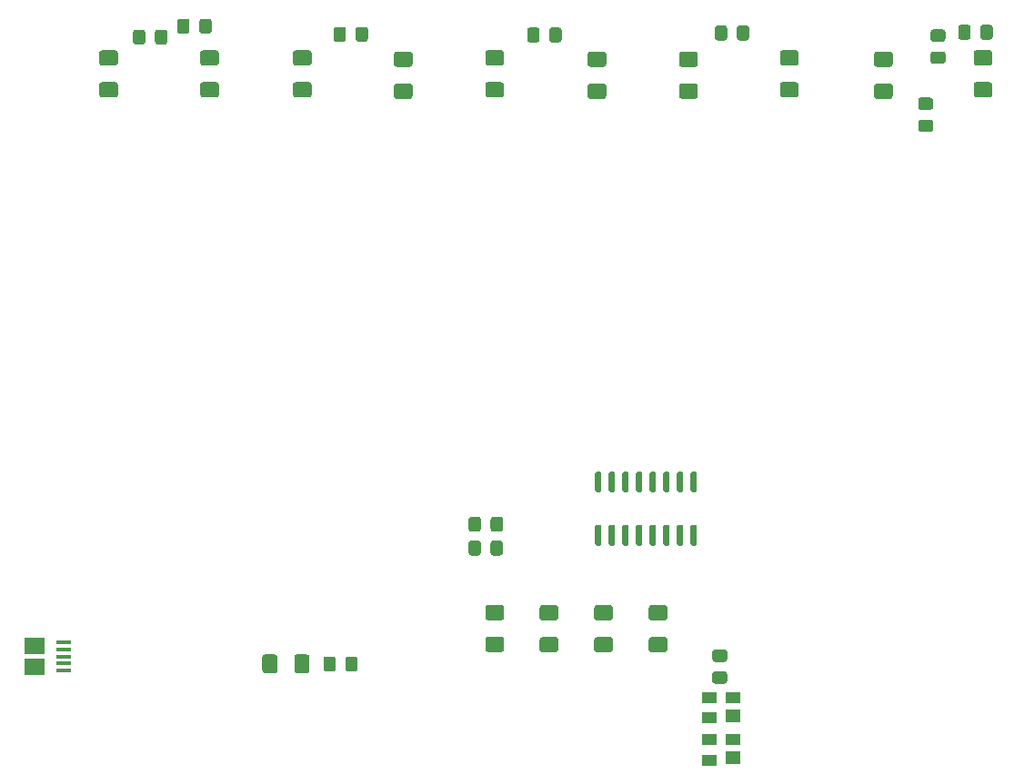
<source format=gbr>
G04 #@! TF.GenerationSoftware,KiCad,Pcbnew,(5.1.6-0-10_14)*
G04 #@! TF.CreationDate,2021-03-04T13:25:14+01:00*
G04 #@! TF.ProjectId,backplane,6261636b-706c-4616-9e65-2e6b69636164,rev?*
G04 #@! TF.SameCoordinates,Original*
G04 #@! TF.FileFunction,Paste,Top*
G04 #@! TF.FilePolarity,Positive*
%FSLAX46Y46*%
G04 Gerber Fmt 4.6, Leading zero omitted, Abs format (unit mm)*
G04 Created by KiCad (PCBNEW (5.1.6-0-10_14)) date 2021-03-04 13:25:14*
%MOMM*%
%LPD*%
G01*
G04 APERTURE LIST*
%ADD10R,1.900000X1.500000*%
%ADD11R,1.350000X0.400000*%
%ADD12R,1.400000X1.000000*%
%ADD13R,1.400000X1.200000*%
G04 APERTURE END LIST*
G04 #@! TO.C,R18*
G36*
G01*
X43947500Y-75062501D02*
X43947500Y-74162499D01*
G75*
G02*
X44197499Y-73912500I249999J0D01*
G01*
X44847501Y-73912500D01*
G75*
G02*
X45097500Y-74162499I0J-249999D01*
G01*
X45097500Y-75062501D01*
G75*
G02*
X44847501Y-75312500I-249999J0D01*
G01*
X44197499Y-75312500D01*
G75*
G02*
X43947500Y-75062501I0J249999D01*
G01*
G37*
G36*
G01*
X41897500Y-75062501D02*
X41897500Y-74162499D01*
G75*
G02*
X42147499Y-73912500I249999J0D01*
G01*
X42797501Y-73912500D01*
G75*
G02*
X43047500Y-74162499I0J-249999D01*
G01*
X43047500Y-75062501D01*
G75*
G02*
X42797501Y-75312500I-249999J0D01*
G01*
X42147499Y-75312500D01*
G75*
G02*
X41897500Y-75062501I0J249999D01*
G01*
G37*
G04 #@! TD*
G04 #@! TO.C,R17*
G36*
G01*
X43947500Y-77285001D02*
X43947500Y-76384999D01*
G75*
G02*
X44197499Y-76135000I249999J0D01*
G01*
X44847501Y-76135000D01*
G75*
G02*
X45097500Y-76384999I0J-249999D01*
G01*
X45097500Y-77285001D01*
G75*
G02*
X44847501Y-77535000I-249999J0D01*
G01*
X44197499Y-77535000D01*
G75*
G02*
X43947500Y-77285001I0J249999D01*
G01*
G37*
G36*
G01*
X41897500Y-77285001D02*
X41897500Y-76384999D01*
G75*
G02*
X42147499Y-76135000I249999J0D01*
G01*
X42797501Y-76135000D01*
G75*
G02*
X43047500Y-76384999I0J-249999D01*
G01*
X43047500Y-77285001D01*
G75*
G02*
X42797501Y-77535000I-249999J0D01*
G01*
X42147499Y-77535000D01*
G75*
G02*
X41897500Y-77285001I0J249999D01*
G01*
G37*
G04 #@! TD*
G04 #@! TO.C,D7*
G36*
G01*
X31374500Y-29406001D02*
X31374500Y-28505999D01*
G75*
G02*
X31624499Y-28256000I249999J0D01*
G01*
X32274501Y-28256000D01*
G75*
G02*
X32524500Y-28505999I0J-249999D01*
G01*
X32524500Y-29406001D01*
G75*
G02*
X32274501Y-29656000I-249999J0D01*
G01*
X31624499Y-29656000D01*
G75*
G02*
X31374500Y-29406001I0J249999D01*
G01*
G37*
G36*
G01*
X29324500Y-29406001D02*
X29324500Y-28505999D01*
G75*
G02*
X29574499Y-28256000I249999J0D01*
G01*
X30224501Y-28256000D01*
G75*
G02*
X30474500Y-28505999I0J-249999D01*
G01*
X30474500Y-29406001D01*
G75*
G02*
X30224501Y-29656000I-249999J0D01*
G01*
X29574499Y-29656000D01*
G75*
G02*
X29324500Y-29406001I0J249999D01*
G01*
G37*
G04 #@! TD*
G04 #@! TO.C,D6*
G36*
G01*
X49408500Y-29469501D02*
X49408500Y-28569499D01*
G75*
G02*
X49658499Y-28319500I249999J0D01*
G01*
X50308501Y-28319500D01*
G75*
G02*
X50558500Y-28569499I0J-249999D01*
G01*
X50558500Y-29469501D01*
G75*
G02*
X50308501Y-29719500I-249999J0D01*
G01*
X49658499Y-29719500D01*
G75*
G02*
X49408500Y-29469501I0J249999D01*
G01*
G37*
G36*
G01*
X47358500Y-29469501D02*
X47358500Y-28569499D01*
G75*
G02*
X47608499Y-28319500I249999J0D01*
G01*
X48258501Y-28319500D01*
G75*
G02*
X48508500Y-28569499I0J-249999D01*
G01*
X48508500Y-29469501D01*
G75*
G02*
X48258501Y-29719500I-249999J0D01*
G01*
X47608499Y-29719500D01*
G75*
G02*
X47358500Y-29469501I0J249999D01*
G01*
G37*
G04 #@! TD*
G04 #@! TO.C,D5*
G36*
G01*
X11805500Y-28759999D02*
X11805500Y-29660001D01*
G75*
G02*
X11555501Y-29910000I-249999J0D01*
G01*
X10905499Y-29910000D01*
G75*
G02*
X10655500Y-29660001I0J249999D01*
G01*
X10655500Y-28759999D01*
G75*
G02*
X10905499Y-28510000I249999J0D01*
G01*
X11555501Y-28510000D01*
G75*
G02*
X11805500Y-28759999I0J-249999D01*
G01*
G37*
G36*
G01*
X13855500Y-28759999D02*
X13855500Y-29660001D01*
G75*
G02*
X13605501Y-29910000I-249999J0D01*
G01*
X12955499Y-29910000D01*
G75*
G02*
X12705500Y-29660001I0J249999D01*
G01*
X12705500Y-28759999D01*
G75*
G02*
X12955499Y-28510000I249999J0D01*
G01*
X13605501Y-28510000D01*
G75*
G02*
X13855500Y-28759999I0J-249999D01*
G01*
G37*
G04 #@! TD*
G04 #@! TO.C,D4*
G36*
G01*
X66871000Y-29279001D02*
X66871000Y-28378999D01*
G75*
G02*
X67120999Y-28129000I249999J0D01*
G01*
X67771001Y-28129000D01*
G75*
G02*
X68021000Y-28378999I0J-249999D01*
G01*
X68021000Y-29279001D01*
G75*
G02*
X67771001Y-29529000I-249999J0D01*
G01*
X67120999Y-29529000D01*
G75*
G02*
X66871000Y-29279001I0J249999D01*
G01*
G37*
G36*
G01*
X64821000Y-29279001D02*
X64821000Y-28378999D01*
G75*
G02*
X65070999Y-28129000I249999J0D01*
G01*
X65721001Y-28129000D01*
G75*
G02*
X65971000Y-28378999I0J-249999D01*
G01*
X65971000Y-29279001D01*
G75*
G02*
X65721001Y-29529000I-249999J0D01*
G01*
X65070999Y-29529000D01*
G75*
G02*
X64821000Y-29279001I0J249999D01*
G01*
G37*
G04 #@! TD*
G04 #@! TO.C,D3*
G36*
G01*
X89540500Y-29215501D02*
X89540500Y-28315499D01*
G75*
G02*
X89790499Y-28065500I249999J0D01*
G01*
X90440501Y-28065500D01*
G75*
G02*
X90690500Y-28315499I0J-249999D01*
G01*
X90690500Y-29215501D01*
G75*
G02*
X90440501Y-29465500I-249999J0D01*
G01*
X89790499Y-29465500D01*
G75*
G02*
X89540500Y-29215501I0J249999D01*
G01*
G37*
G36*
G01*
X87490500Y-29215501D02*
X87490500Y-28315499D01*
G75*
G02*
X87740499Y-28065500I249999J0D01*
G01*
X88390501Y-28065500D01*
G75*
G02*
X88640500Y-28315499I0J-249999D01*
G01*
X88640500Y-29215501D01*
G75*
G02*
X88390501Y-29465500I-249999J0D01*
G01*
X87740499Y-29465500D01*
G75*
G02*
X87490500Y-29215501I0J249999D01*
G01*
G37*
G04 #@! TD*
G04 #@! TO.C,D2*
G36*
G01*
X16824000Y-28644001D02*
X16824000Y-27743999D01*
G75*
G02*
X17073999Y-27494000I249999J0D01*
G01*
X17724001Y-27494000D01*
G75*
G02*
X17974000Y-27743999I0J-249999D01*
G01*
X17974000Y-28644001D01*
G75*
G02*
X17724001Y-28894000I-249999J0D01*
G01*
X17073999Y-28894000D01*
G75*
G02*
X16824000Y-28644001I0J249999D01*
G01*
G37*
G36*
G01*
X14774000Y-28644001D02*
X14774000Y-27743999D01*
G75*
G02*
X15023999Y-27494000I249999J0D01*
G01*
X15674001Y-27494000D01*
G75*
G02*
X15924000Y-27743999I0J-249999D01*
G01*
X15924000Y-28644001D01*
G75*
G02*
X15674001Y-28894000I-249999J0D01*
G01*
X15023999Y-28894000D01*
G75*
G02*
X14774000Y-28644001I0J249999D01*
G01*
G37*
G04 #@! TD*
G04 #@! TO.C,U1*
G36*
G01*
X54125000Y-71652000D02*
X53825000Y-71652000D01*
G75*
G02*
X53675000Y-71502000I0J150000D01*
G01*
X53675000Y-69852000D01*
G75*
G02*
X53825000Y-69702000I150000J0D01*
G01*
X54125000Y-69702000D01*
G75*
G02*
X54275000Y-69852000I0J-150000D01*
G01*
X54275000Y-71502000D01*
G75*
G02*
X54125000Y-71652000I-150000J0D01*
G01*
G37*
G36*
G01*
X55395000Y-71652000D02*
X55095000Y-71652000D01*
G75*
G02*
X54945000Y-71502000I0J150000D01*
G01*
X54945000Y-69852000D01*
G75*
G02*
X55095000Y-69702000I150000J0D01*
G01*
X55395000Y-69702000D01*
G75*
G02*
X55545000Y-69852000I0J-150000D01*
G01*
X55545000Y-71502000D01*
G75*
G02*
X55395000Y-71652000I-150000J0D01*
G01*
G37*
G36*
G01*
X56665000Y-71652000D02*
X56365000Y-71652000D01*
G75*
G02*
X56215000Y-71502000I0J150000D01*
G01*
X56215000Y-69852000D01*
G75*
G02*
X56365000Y-69702000I150000J0D01*
G01*
X56665000Y-69702000D01*
G75*
G02*
X56815000Y-69852000I0J-150000D01*
G01*
X56815000Y-71502000D01*
G75*
G02*
X56665000Y-71652000I-150000J0D01*
G01*
G37*
G36*
G01*
X57935000Y-71652000D02*
X57635000Y-71652000D01*
G75*
G02*
X57485000Y-71502000I0J150000D01*
G01*
X57485000Y-69852000D01*
G75*
G02*
X57635000Y-69702000I150000J0D01*
G01*
X57935000Y-69702000D01*
G75*
G02*
X58085000Y-69852000I0J-150000D01*
G01*
X58085000Y-71502000D01*
G75*
G02*
X57935000Y-71652000I-150000J0D01*
G01*
G37*
G36*
G01*
X59205000Y-71652000D02*
X58905000Y-71652000D01*
G75*
G02*
X58755000Y-71502000I0J150000D01*
G01*
X58755000Y-69852000D01*
G75*
G02*
X58905000Y-69702000I150000J0D01*
G01*
X59205000Y-69702000D01*
G75*
G02*
X59355000Y-69852000I0J-150000D01*
G01*
X59355000Y-71502000D01*
G75*
G02*
X59205000Y-71652000I-150000J0D01*
G01*
G37*
G36*
G01*
X60475000Y-71652000D02*
X60175000Y-71652000D01*
G75*
G02*
X60025000Y-71502000I0J150000D01*
G01*
X60025000Y-69852000D01*
G75*
G02*
X60175000Y-69702000I150000J0D01*
G01*
X60475000Y-69702000D01*
G75*
G02*
X60625000Y-69852000I0J-150000D01*
G01*
X60625000Y-71502000D01*
G75*
G02*
X60475000Y-71652000I-150000J0D01*
G01*
G37*
G36*
G01*
X61745000Y-71652000D02*
X61445000Y-71652000D01*
G75*
G02*
X61295000Y-71502000I0J150000D01*
G01*
X61295000Y-69852000D01*
G75*
G02*
X61445000Y-69702000I150000J0D01*
G01*
X61745000Y-69702000D01*
G75*
G02*
X61895000Y-69852000I0J-150000D01*
G01*
X61895000Y-71502000D01*
G75*
G02*
X61745000Y-71652000I-150000J0D01*
G01*
G37*
G36*
G01*
X63015000Y-71652000D02*
X62715000Y-71652000D01*
G75*
G02*
X62565000Y-71502000I0J150000D01*
G01*
X62565000Y-69852000D01*
G75*
G02*
X62715000Y-69702000I150000J0D01*
G01*
X63015000Y-69702000D01*
G75*
G02*
X63165000Y-69852000I0J-150000D01*
G01*
X63165000Y-71502000D01*
G75*
G02*
X63015000Y-71652000I-150000J0D01*
G01*
G37*
G36*
G01*
X63015000Y-76602000D02*
X62715000Y-76602000D01*
G75*
G02*
X62565000Y-76452000I0J150000D01*
G01*
X62565000Y-74802000D01*
G75*
G02*
X62715000Y-74652000I150000J0D01*
G01*
X63015000Y-74652000D01*
G75*
G02*
X63165000Y-74802000I0J-150000D01*
G01*
X63165000Y-76452000D01*
G75*
G02*
X63015000Y-76602000I-150000J0D01*
G01*
G37*
G36*
G01*
X61745000Y-76602000D02*
X61445000Y-76602000D01*
G75*
G02*
X61295000Y-76452000I0J150000D01*
G01*
X61295000Y-74802000D01*
G75*
G02*
X61445000Y-74652000I150000J0D01*
G01*
X61745000Y-74652000D01*
G75*
G02*
X61895000Y-74802000I0J-150000D01*
G01*
X61895000Y-76452000D01*
G75*
G02*
X61745000Y-76602000I-150000J0D01*
G01*
G37*
G36*
G01*
X60475000Y-76602000D02*
X60175000Y-76602000D01*
G75*
G02*
X60025000Y-76452000I0J150000D01*
G01*
X60025000Y-74802000D01*
G75*
G02*
X60175000Y-74652000I150000J0D01*
G01*
X60475000Y-74652000D01*
G75*
G02*
X60625000Y-74802000I0J-150000D01*
G01*
X60625000Y-76452000D01*
G75*
G02*
X60475000Y-76602000I-150000J0D01*
G01*
G37*
G36*
G01*
X59205000Y-76602000D02*
X58905000Y-76602000D01*
G75*
G02*
X58755000Y-76452000I0J150000D01*
G01*
X58755000Y-74802000D01*
G75*
G02*
X58905000Y-74652000I150000J0D01*
G01*
X59205000Y-74652000D01*
G75*
G02*
X59355000Y-74802000I0J-150000D01*
G01*
X59355000Y-76452000D01*
G75*
G02*
X59205000Y-76602000I-150000J0D01*
G01*
G37*
G36*
G01*
X57935000Y-76602000D02*
X57635000Y-76602000D01*
G75*
G02*
X57485000Y-76452000I0J150000D01*
G01*
X57485000Y-74802000D01*
G75*
G02*
X57635000Y-74652000I150000J0D01*
G01*
X57935000Y-74652000D01*
G75*
G02*
X58085000Y-74802000I0J-150000D01*
G01*
X58085000Y-76452000D01*
G75*
G02*
X57935000Y-76602000I-150000J0D01*
G01*
G37*
G36*
G01*
X56665000Y-76602000D02*
X56365000Y-76602000D01*
G75*
G02*
X56215000Y-76452000I0J150000D01*
G01*
X56215000Y-74802000D01*
G75*
G02*
X56365000Y-74652000I150000J0D01*
G01*
X56665000Y-74652000D01*
G75*
G02*
X56815000Y-74802000I0J-150000D01*
G01*
X56815000Y-76452000D01*
G75*
G02*
X56665000Y-76602000I-150000J0D01*
G01*
G37*
G36*
G01*
X55395000Y-76602000D02*
X55095000Y-76602000D01*
G75*
G02*
X54945000Y-76452000I0J150000D01*
G01*
X54945000Y-74802000D01*
G75*
G02*
X55095000Y-74652000I150000J0D01*
G01*
X55395000Y-74652000D01*
G75*
G02*
X55545000Y-74802000I0J-150000D01*
G01*
X55545000Y-76452000D01*
G75*
G02*
X55395000Y-76602000I-150000J0D01*
G01*
G37*
G36*
G01*
X54125000Y-76602000D02*
X53825000Y-76602000D01*
G75*
G02*
X53675000Y-76452000I0J150000D01*
G01*
X53675000Y-74802000D01*
G75*
G02*
X53825000Y-74652000I150000J0D01*
G01*
X54125000Y-74652000D01*
G75*
G02*
X54275000Y-74802000I0J-150000D01*
G01*
X54275000Y-76452000D01*
G75*
G02*
X54125000Y-76602000I-150000J0D01*
G01*
G37*
G04 #@! TD*
G04 #@! TO.C,R16*
G36*
G01*
X64827999Y-88334000D02*
X65728001Y-88334000D01*
G75*
G02*
X65978000Y-88583999I0J-249999D01*
G01*
X65978000Y-89234001D01*
G75*
G02*
X65728001Y-89484000I-249999J0D01*
G01*
X64827999Y-89484000D01*
G75*
G02*
X64578000Y-89234001I0J249999D01*
G01*
X64578000Y-88583999D01*
G75*
G02*
X64827999Y-88334000I249999J0D01*
G01*
G37*
G36*
G01*
X64827999Y-86284000D02*
X65728001Y-86284000D01*
G75*
G02*
X65978000Y-86533999I0J-249999D01*
G01*
X65978000Y-87184001D01*
G75*
G02*
X65728001Y-87434000I-249999J0D01*
G01*
X64827999Y-87434000D01*
G75*
G02*
X64578000Y-87184001I0J249999D01*
G01*
X64578000Y-86533999D01*
G75*
G02*
X64827999Y-86284000I249999J0D01*
G01*
G37*
G04 #@! TD*
G04 #@! TO.C,R15*
G36*
G01*
X84004999Y-36899000D02*
X84905001Y-36899000D01*
G75*
G02*
X85155000Y-37148999I0J-249999D01*
G01*
X85155000Y-37799001D01*
G75*
G02*
X84905001Y-38049000I-249999J0D01*
G01*
X84004999Y-38049000D01*
G75*
G02*
X83755000Y-37799001I0J249999D01*
G01*
X83755000Y-37148999D01*
G75*
G02*
X84004999Y-36899000I249999J0D01*
G01*
G37*
G36*
G01*
X84004999Y-34849000D02*
X84905001Y-34849000D01*
G75*
G02*
X85155000Y-35098999I0J-249999D01*
G01*
X85155000Y-35749001D01*
G75*
G02*
X84905001Y-35999000I-249999J0D01*
G01*
X84004999Y-35999000D01*
G75*
G02*
X83755000Y-35749001I0J249999D01*
G01*
X83755000Y-35098999D01*
G75*
G02*
X84004999Y-34849000I249999J0D01*
G01*
G37*
G04 #@! TD*
D10*
G04 #@! TO.C,J1*
X1493000Y-85931500D03*
D11*
X4193000Y-86931500D03*
X4193000Y-87581500D03*
X4193000Y-88231500D03*
X4193000Y-85631500D03*
X4193000Y-86281500D03*
D10*
X1493000Y-87931500D03*
G04 #@! TD*
G04 #@! TO.C,C3*
G36*
G01*
X79893000Y-33541000D02*
X81143000Y-33541000D01*
G75*
G02*
X81393000Y-33791000I0J-250000D01*
G01*
X81393000Y-34716000D01*
G75*
G02*
X81143000Y-34966000I-250000J0D01*
G01*
X79893000Y-34966000D01*
G75*
G02*
X79643000Y-34716000I0J250000D01*
G01*
X79643000Y-33791000D01*
G75*
G02*
X79893000Y-33541000I250000J0D01*
G01*
G37*
G36*
G01*
X79893000Y-30566000D02*
X81143000Y-30566000D01*
G75*
G02*
X81393000Y-30816000I0J-250000D01*
G01*
X81393000Y-31741000D01*
G75*
G02*
X81143000Y-31991000I-250000J0D01*
G01*
X79893000Y-31991000D01*
G75*
G02*
X79643000Y-31741000I0J250000D01*
G01*
X79643000Y-30816000D01*
G75*
G02*
X79893000Y-30566000I250000J0D01*
G01*
G37*
G04 #@! TD*
G04 #@! TO.C,LED4*
G36*
G01*
X60162600Y-83578400D02*
X58912600Y-83578400D01*
G75*
G02*
X58662600Y-83328400I0J250000D01*
G01*
X58662600Y-82403400D01*
G75*
G02*
X58912600Y-82153400I250000J0D01*
G01*
X60162600Y-82153400D01*
G75*
G02*
X60412600Y-82403400I0J-250000D01*
G01*
X60412600Y-83328400D01*
G75*
G02*
X60162600Y-83578400I-250000J0D01*
G01*
G37*
G36*
G01*
X60162600Y-86553400D02*
X58912600Y-86553400D01*
G75*
G02*
X58662600Y-86303400I0J250000D01*
G01*
X58662600Y-85378400D01*
G75*
G02*
X58912600Y-85128400I250000J0D01*
G01*
X60162600Y-85128400D01*
G75*
G02*
X60412600Y-85378400I0J-250000D01*
G01*
X60412600Y-86303400D01*
G75*
G02*
X60162600Y-86553400I-250000J0D01*
G01*
G37*
G04 #@! TD*
G04 #@! TO.C,LED3*
G36*
G01*
X55082600Y-83578400D02*
X53832600Y-83578400D01*
G75*
G02*
X53582600Y-83328400I0J250000D01*
G01*
X53582600Y-82403400D01*
G75*
G02*
X53832600Y-82153400I250000J0D01*
G01*
X55082600Y-82153400D01*
G75*
G02*
X55332600Y-82403400I0J-250000D01*
G01*
X55332600Y-83328400D01*
G75*
G02*
X55082600Y-83578400I-250000J0D01*
G01*
G37*
G36*
G01*
X55082600Y-86553400D02*
X53832600Y-86553400D01*
G75*
G02*
X53582600Y-86303400I0J250000D01*
G01*
X53582600Y-85378400D01*
G75*
G02*
X53832600Y-85128400I250000J0D01*
G01*
X55082600Y-85128400D01*
G75*
G02*
X55332600Y-85378400I0J-250000D01*
G01*
X55332600Y-86303400D01*
G75*
G02*
X55082600Y-86553400I-250000J0D01*
G01*
G37*
G04 #@! TD*
G04 #@! TO.C,LED2*
G36*
G01*
X50002600Y-83578400D02*
X48752600Y-83578400D01*
G75*
G02*
X48502600Y-83328400I0J250000D01*
G01*
X48502600Y-82403400D01*
G75*
G02*
X48752600Y-82153400I250000J0D01*
G01*
X50002600Y-82153400D01*
G75*
G02*
X50252600Y-82403400I0J-250000D01*
G01*
X50252600Y-83328400D01*
G75*
G02*
X50002600Y-83578400I-250000J0D01*
G01*
G37*
G36*
G01*
X50002600Y-86553400D02*
X48752600Y-86553400D01*
G75*
G02*
X48502600Y-86303400I0J250000D01*
G01*
X48502600Y-85378400D01*
G75*
G02*
X48752600Y-85128400I250000J0D01*
G01*
X50002600Y-85128400D01*
G75*
G02*
X50252600Y-85378400I0J-250000D01*
G01*
X50252600Y-86303400D01*
G75*
G02*
X50002600Y-86553400I-250000J0D01*
G01*
G37*
G04 #@! TD*
G04 #@! TO.C,LED1*
G36*
G01*
X44948000Y-83553000D02*
X43698000Y-83553000D01*
G75*
G02*
X43448000Y-83303000I0J250000D01*
G01*
X43448000Y-82378000D01*
G75*
G02*
X43698000Y-82128000I250000J0D01*
G01*
X44948000Y-82128000D01*
G75*
G02*
X45198000Y-82378000I0J-250000D01*
G01*
X45198000Y-83303000D01*
G75*
G02*
X44948000Y-83553000I-250000J0D01*
G01*
G37*
G36*
G01*
X44948000Y-86528000D02*
X43698000Y-86528000D01*
G75*
G02*
X43448000Y-86278000I0J250000D01*
G01*
X43448000Y-85353000D01*
G75*
G02*
X43698000Y-85103000I250000J0D01*
G01*
X44948000Y-85103000D01*
G75*
G02*
X45198000Y-85353000I0J-250000D01*
G01*
X45198000Y-86278000D01*
G75*
G02*
X44948000Y-86528000I-250000J0D01*
G01*
G37*
G04 #@! TD*
G04 #@! TO.C,R9*
G36*
G01*
X30422000Y-88080001D02*
X30422000Y-87179999D01*
G75*
G02*
X30671999Y-86930000I249999J0D01*
G01*
X31322001Y-86930000D01*
G75*
G02*
X31572000Y-87179999I0J-249999D01*
G01*
X31572000Y-88080001D01*
G75*
G02*
X31322001Y-88330000I-249999J0D01*
G01*
X30671999Y-88330000D01*
G75*
G02*
X30422000Y-88080001I0J249999D01*
G01*
G37*
G36*
G01*
X28372000Y-88080001D02*
X28372000Y-87179999D01*
G75*
G02*
X28621999Y-86930000I249999J0D01*
G01*
X29272001Y-86930000D01*
G75*
G02*
X29522000Y-87179999I0J-249999D01*
G01*
X29522000Y-88080001D01*
G75*
G02*
X29272001Y-88330000I-249999J0D01*
G01*
X28621999Y-88330000D01*
G75*
G02*
X28372000Y-88080001I0J249999D01*
G01*
G37*
G04 #@! TD*
G04 #@! TO.C,D1*
G36*
G01*
X24117000Y-87005000D02*
X24117000Y-88255000D01*
G75*
G02*
X23867000Y-88505000I-250000J0D01*
G01*
X22942000Y-88505000D01*
G75*
G02*
X22692000Y-88255000I0J250000D01*
G01*
X22692000Y-87005000D01*
G75*
G02*
X22942000Y-86755000I250000J0D01*
G01*
X23867000Y-86755000D01*
G75*
G02*
X24117000Y-87005000I0J-250000D01*
G01*
G37*
G36*
G01*
X27092000Y-87005000D02*
X27092000Y-88255000D01*
G75*
G02*
X26842000Y-88505000I-250000J0D01*
G01*
X25917000Y-88505000D01*
G75*
G02*
X25667000Y-88255000I0J250000D01*
G01*
X25667000Y-87005000D01*
G75*
G02*
X25917000Y-86755000I250000J0D01*
G01*
X26842000Y-86755000D01*
G75*
G02*
X27092000Y-87005000I0J-250000D01*
G01*
G37*
G04 #@! TD*
D12*
G04 #@! TO.C,U3*
X64305000Y-96581000D03*
X64305000Y-94681000D03*
X66505000Y-94681000D03*
D13*
X66505000Y-96401000D03*
G04 #@! TD*
D12*
G04 #@! TO.C,U2*
X64305000Y-92644000D03*
X64305000Y-90744000D03*
X66505000Y-90744000D03*
D13*
X66505000Y-92464000D03*
G04 #@! TD*
G04 #@! TO.C,C11*
G36*
G01*
X72380000Y-31864000D02*
X71130000Y-31864000D01*
G75*
G02*
X70880000Y-31614000I0J250000D01*
G01*
X70880000Y-30689000D01*
G75*
G02*
X71130000Y-30439000I250000J0D01*
G01*
X72380000Y-30439000D01*
G75*
G02*
X72630000Y-30689000I0J-250000D01*
G01*
X72630000Y-31614000D01*
G75*
G02*
X72380000Y-31864000I-250000J0D01*
G01*
G37*
G36*
G01*
X72380000Y-34839000D02*
X71130000Y-34839000D01*
G75*
G02*
X70880000Y-34589000I0J250000D01*
G01*
X70880000Y-33664000D01*
G75*
G02*
X71130000Y-33414000I250000J0D01*
G01*
X72380000Y-33414000D01*
G75*
G02*
X72630000Y-33664000I0J-250000D01*
G01*
X72630000Y-34589000D01*
G75*
G02*
X72380000Y-34839000I-250000J0D01*
G01*
G37*
G04 #@! TD*
G04 #@! TO.C,C10*
G36*
G01*
X27041000Y-31864000D02*
X25791000Y-31864000D01*
G75*
G02*
X25541000Y-31614000I0J250000D01*
G01*
X25541000Y-30689000D01*
G75*
G02*
X25791000Y-30439000I250000J0D01*
G01*
X27041000Y-30439000D01*
G75*
G02*
X27291000Y-30689000I0J-250000D01*
G01*
X27291000Y-31614000D01*
G75*
G02*
X27041000Y-31864000I-250000J0D01*
G01*
G37*
G36*
G01*
X27041000Y-34839000D02*
X25791000Y-34839000D01*
G75*
G02*
X25541000Y-34589000I0J250000D01*
G01*
X25541000Y-33664000D01*
G75*
G02*
X25791000Y-33414000I250000J0D01*
G01*
X27041000Y-33414000D01*
G75*
G02*
X27291000Y-33664000I0J-250000D01*
G01*
X27291000Y-34589000D01*
G75*
G02*
X27041000Y-34839000I-250000J0D01*
G01*
G37*
G04 #@! TD*
G04 #@! TO.C,C9*
G36*
G01*
X61732000Y-33541000D02*
X62982000Y-33541000D01*
G75*
G02*
X63232000Y-33791000I0J-250000D01*
G01*
X63232000Y-34716000D01*
G75*
G02*
X62982000Y-34966000I-250000J0D01*
G01*
X61732000Y-34966000D01*
G75*
G02*
X61482000Y-34716000I0J250000D01*
G01*
X61482000Y-33791000D01*
G75*
G02*
X61732000Y-33541000I250000J0D01*
G01*
G37*
G36*
G01*
X61732000Y-30566000D02*
X62982000Y-30566000D01*
G75*
G02*
X63232000Y-30816000I0J-250000D01*
G01*
X63232000Y-31741000D01*
G75*
G02*
X62982000Y-31991000I-250000J0D01*
G01*
X61732000Y-31991000D01*
G75*
G02*
X61482000Y-31741000I0J250000D01*
G01*
X61482000Y-30816000D01*
G75*
G02*
X61732000Y-30566000I250000J0D01*
G01*
G37*
G04 #@! TD*
G04 #@! TO.C,C8*
G36*
G01*
X17155000Y-33414000D02*
X18405000Y-33414000D01*
G75*
G02*
X18655000Y-33664000I0J-250000D01*
G01*
X18655000Y-34589000D01*
G75*
G02*
X18405000Y-34839000I-250000J0D01*
G01*
X17155000Y-34839000D01*
G75*
G02*
X16905000Y-34589000I0J250000D01*
G01*
X16905000Y-33664000D01*
G75*
G02*
X17155000Y-33414000I250000J0D01*
G01*
G37*
G36*
G01*
X17155000Y-30439000D02*
X18405000Y-30439000D01*
G75*
G02*
X18655000Y-30689000I0J-250000D01*
G01*
X18655000Y-31614000D01*
G75*
G02*
X18405000Y-31864000I-250000J0D01*
G01*
X17155000Y-31864000D01*
G75*
G02*
X16905000Y-31614000I0J250000D01*
G01*
X16905000Y-30689000D01*
G75*
G02*
X17155000Y-30439000I250000J0D01*
G01*
G37*
G04 #@! TD*
G04 #@! TO.C,C7*
G36*
G01*
X9007000Y-31864000D02*
X7757000Y-31864000D01*
G75*
G02*
X7507000Y-31614000I0J250000D01*
G01*
X7507000Y-30689000D01*
G75*
G02*
X7757000Y-30439000I250000J0D01*
G01*
X9007000Y-30439000D01*
G75*
G02*
X9257000Y-30689000I0J-250000D01*
G01*
X9257000Y-31614000D01*
G75*
G02*
X9007000Y-31864000I-250000J0D01*
G01*
G37*
G36*
G01*
X9007000Y-34839000D02*
X7757000Y-34839000D01*
G75*
G02*
X7507000Y-34589000I0J250000D01*
G01*
X7507000Y-33664000D01*
G75*
G02*
X7757000Y-33414000I250000J0D01*
G01*
X9007000Y-33414000D01*
G75*
G02*
X9257000Y-33664000I0J-250000D01*
G01*
X9257000Y-34589000D01*
G75*
G02*
X9007000Y-34839000I-250000J0D01*
G01*
G37*
G04 #@! TD*
G04 #@! TO.C,C6*
G36*
G01*
X36439000Y-31991000D02*
X35189000Y-31991000D01*
G75*
G02*
X34939000Y-31741000I0J250000D01*
G01*
X34939000Y-30816000D01*
G75*
G02*
X35189000Y-30566000I250000J0D01*
G01*
X36439000Y-30566000D01*
G75*
G02*
X36689000Y-30816000I0J-250000D01*
G01*
X36689000Y-31741000D01*
G75*
G02*
X36439000Y-31991000I-250000J0D01*
G01*
G37*
G36*
G01*
X36439000Y-34966000D02*
X35189000Y-34966000D01*
G75*
G02*
X34939000Y-34716000I0J250000D01*
G01*
X34939000Y-33791000D01*
G75*
G02*
X35189000Y-33541000I250000J0D01*
G01*
X36439000Y-33541000D01*
G75*
G02*
X36689000Y-33791000I0J-250000D01*
G01*
X36689000Y-34716000D01*
G75*
G02*
X36439000Y-34966000I-250000J0D01*
G01*
G37*
G04 #@! TD*
G04 #@! TO.C,C14*
G36*
G01*
X53223000Y-33541000D02*
X54473000Y-33541000D01*
G75*
G02*
X54723000Y-33791000I0J-250000D01*
G01*
X54723000Y-34716000D01*
G75*
G02*
X54473000Y-34966000I-250000J0D01*
G01*
X53223000Y-34966000D01*
G75*
G02*
X52973000Y-34716000I0J250000D01*
G01*
X52973000Y-33791000D01*
G75*
G02*
X53223000Y-33541000I250000J0D01*
G01*
G37*
G36*
G01*
X53223000Y-30566000D02*
X54473000Y-30566000D01*
G75*
G02*
X54723000Y-30816000I0J-250000D01*
G01*
X54723000Y-31741000D01*
G75*
G02*
X54473000Y-31991000I-250000J0D01*
G01*
X53223000Y-31991000D01*
G75*
G02*
X52973000Y-31741000I0J250000D01*
G01*
X52973000Y-30816000D01*
G75*
G02*
X53223000Y-30566000I250000J0D01*
G01*
G37*
G04 #@! TD*
G04 #@! TO.C,C13*
G36*
G01*
X43698000Y-33414000D02*
X44948000Y-33414000D01*
G75*
G02*
X45198000Y-33664000I0J-250000D01*
G01*
X45198000Y-34589000D01*
G75*
G02*
X44948000Y-34839000I-250000J0D01*
G01*
X43698000Y-34839000D01*
G75*
G02*
X43448000Y-34589000I0J250000D01*
G01*
X43448000Y-33664000D01*
G75*
G02*
X43698000Y-33414000I250000J0D01*
G01*
G37*
G36*
G01*
X43698000Y-30439000D02*
X44948000Y-30439000D01*
G75*
G02*
X45198000Y-30689000I0J-250000D01*
G01*
X45198000Y-31614000D01*
G75*
G02*
X44948000Y-31864000I-250000J0D01*
G01*
X43698000Y-31864000D01*
G75*
G02*
X43448000Y-31614000I0J250000D01*
G01*
X43448000Y-30689000D01*
G75*
G02*
X43698000Y-30439000I250000J0D01*
G01*
G37*
G04 #@! TD*
G04 #@! TO.C,R2*
G36*
G01*
X86048001Y-29649000D02*
X85147999Y-29649000D01*
G75*
G02*
X84898000Y-29399001I0J249999D01*
G01*
X84898000Y-28748999D01*
G75*
G02*
X85147999Y-28499000I249999J0D01*
G01*
X86048001Y-28499000D01*
G75*
G02*
X86298000Y-28748999I0J-249999D01*
G01*
X86298000Y-29399001D01*
G75*
G02*
X86048001Y-29649000I-249999J0D01*
G01*
G37*
G36*
G01*
X86048001Y-31699000D02*
X85147999Y-31699000D01*
G75*
G02*
X84898000Y-31449001I0J249999D01*
G01*
X84898000Y-30798999D01*
G75*
G02*
X85147999Y-30549000I249999J0D01*
G01*
X86048001Y-30549000D01*
G75*
G02*
X86298000Y-30798999I0J-249999D01*
G01*
X86298000Y-31449001D01*
G75*
G02*
X86048001Y-31699000I-249999J0D01*
G01*
G37*
G04 #@! TD*
G04 #@! TO.C,C1*
G36*
G01*
X90414000Y-31864000D02*
X89164000Y-31864000D01*
G75*
G02*
X88914000Y-31614000I0J250000D01*
G01*
X88914000Y-30689000D01*
G75*
G02*
X89164000Y-30439000I250000J0D01*
G01*
X90414000Y-30439000D01*
G75*
G02*
X90664000Y-30689000I0J-250000D01*
G01*
X90664000Y-31614000D01*
G75*
G02*
X90414000Y-31864000I-250000J0D01*
G01*
G37*
G36*
G01*
X90414000Y-34839000D02*
X89164000Y-34839000D01*
G75*
G02*
X88914000Y-34589000I0J250000D01*
G01*
X88914000Y-33664000D01*
G75*
G02*
X89164000Y-33414000I250000J0D01*
G01*
X90414000Y-33414000D01*
G75*
G02*
X90664000Y-33664000I0J-250000D01*
G01*
X90664000Y-34589000D01*
G75*
G02*
X90414000Y-34839000I-250000J0D01*
G01*
G37*
G04 #@! TD*
M02*

</source>
